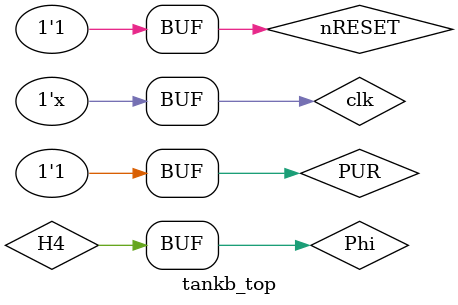
<source format=v>
module tankb_top;

//wire & reg setup
reg PUR=1'b1;
reg clk = 1'b0;
reg nRESET = 1'b1;

wire A5_1_nq,A6_1_q,A6_1_nq,A6_2_q,A6_2_nq;
wire H1,H2,H4,H8,H16,H32,H64,H128,nH256;
wire A5_2_d=(~H64 & H32);
wire H256=~nH256;
wire B6_ca,C6_ca,E6_ca,D6_ca;
wire nHSYNC;
wire M6Hz=~A6_2_q;
wire nM6PRI=A6_1_nq;//schematics?
wire D5_2_nq,F5_1_d;
wire Phi=H4;
wire nH4_nH8=(~H4 & ~H8);
wire V1,V2,V4,V8,V16,V32,V64,V128,nVSYNC;
wire H256star,nH256star;
wire nCOMPSYNC=(nHSYNC & nVSYNC);
//end wire & reg setup 



//start simulation specific
initial begin
    #10 nRESET=1'b0;
	#1 PUR=1'b0;
	#50 PUR=1'b1;
    #70 nRESET = 1'b1;	
  end
 
always #1 clk <= ~clk;
//end simulation specific

//start horizontal timer
   ls107 icA6_1(
    .clear(PUR), 
    .clk(~clk),
    .j(A6_2_nq),
    .k(PUR),
    .q(A6_1_q),
    .qnot(A6_1_nq)
   );

   ls107 icA6_2(
    .clear(PUR), 
    .clk(~clk),
    .j(A6_1_q),
    .k(PUR),
    .q(A6_2_q),
    .qnot(A6_2_nq)
   );

   ls74 icA5(
    .n_pre1(PUR),
    .n_pre2(PUR),
    .n_clr1(PUR),
    .n_clr2(H256),
    .clk1(M6Hz),
    .clk2(H16),
    .d1(A5_1_nq),
    .d2(A5_2_d),
    .q1(H1),
    .n_q1(A5_1_nq),
    .q2(),
    .n_q2(nHSYNC)
   );

   ls161 icB6(
    .n_clr(PUR),
    .clk(M6Hz),
    .din(4'b0),
    .enp(H1), 
    .ent(H1),
    .n_load(PUR),
    .q({H16,H8,H4,H2}),
    .rco(B6_ca)
   );

   ls161 icC6(
    .n_clr(PUR),
    .clk(M6Hz),
    .din(4'b0100),
    .enp(B6_ca), 
    .ent(B6_ca),
    .n_load(~C6_ca),
    .q({nH256,H128,H64,H32}),
    .rco(C6_ca)
   );
//end horizontal timer

//start vertical timer

   ls74 icD5(
    .n_pre1(PUR),
    .n_pre2(PUR),
    .n_clr1(PUR),
    .n_clr2(PUR),
    .clk1(H8),
    .clk2(nHSYNC),
    .d1(H256),
    .d2(D5_2_nq),
    .q1(H256star),
    .n_q1(nH256star),
    .q2(V1),
    .n_q2(D5_2_nq)
   );  

   ls161 icD6(
    .n_clr(PUR),
    .clk(nHSYNC),
    .din(4'b1100),
    .enp(V1), 
    .ent(V1),
    .n_load(~E6_ca),
    .q({V16,V8,V4,V2}),
    .rco(D6_ca)
   );

   ls161 icE6(
    .n_clr(PUR),
    .clk(nHSYNC),
    .din(4'b0111),
    .enp(D6_ca), 
    .ent(D6_ca),
    .n_load(~E6_ca),
    .q({nVSYNC,V128,V64,V32}),
    .rco(E6_ca)
   );

//end vertical timer
  
endmodule 
</source>
